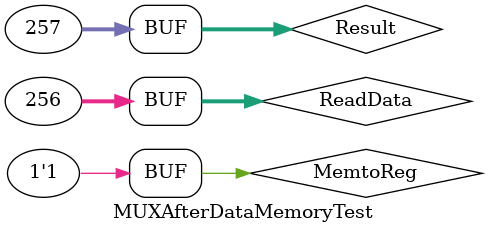
<source format=v>
`timescale 1ns/1ns
`include "MUXAfterDataMemory.v"

module MUXAfterDataMemoryTest();
      reg MemtoReg;	
	reg [31:0] ReadData, Result;
	
	wire [31:0] WriteData;

      MUXAfterDataMemory MUXAfterDataMemory_inst(
            .MemtoReg(MemtoReg),
            .ReadData(ReadData),
            .Result(Result),
            .WriteData(WriteData)
      );
            


      initial 
      begin 
            MemtoReg = 1;
            ReadData = 32'h0000_0100;
            Result = 32'h0000_0101;
            
            #20;
      end

      initial begin

        $dumpfile("MUXAfterDataMemoryTest.vcd");
        $dumpvars(0,MUXAfterDataMemoryTest);  

      end


endmodule
</source>
